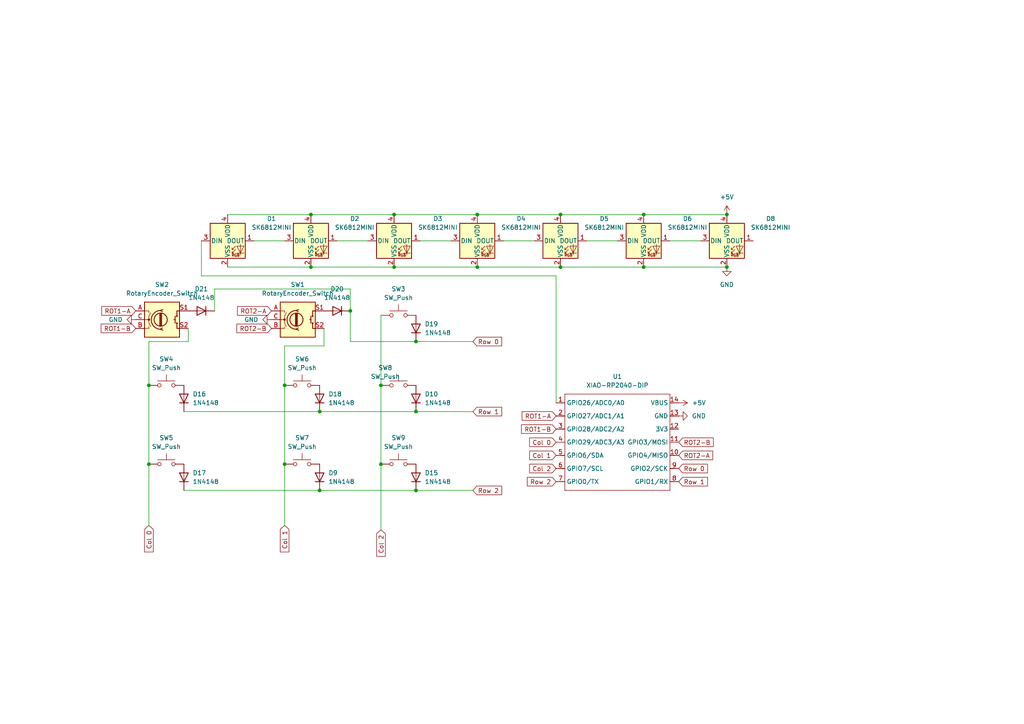
<source format=kicad_sch>
(kicad_sch (version 20250114) (generator "eeschema") (generator_version "9.0")
  (paper "A4")
  (lib_symbols
    (symbol "Device:RotaryEncoder_Switch" (pin_names (offset 0.254) (hide yes))
      (property "Reference" "SW" (at 0 6.604 0))
      (property "Value" "RotaryEncoder_Switch" (at 0 -6.604 0))
      (symbol "RotaryEncoder_Switch_0_1"
        (rectangle (start -5.08 5.08) (end 5.08 -5.08) (stroke (width 0.254)) (fill (type background)))
        (polyline (pts (xy -5.08 2.54) (xy -3.81 2.54) (xy -3.81 2.032)))
        (polyline (pts (xy -5.08 0) (xy -3.81 0) (xy -3.81 -1.016) (xy -3.302 -2.032)))
        (polyline (pts (xy -5.08 -2.54) (xy -3.81 -2.54) (xy -3.81 -2.032)))
        (polyline (pts (xy -4.318 0) (xy -3.81 0) (xy -3.81 1.016) (xy -3.302 2.032)))
        (circle (center -3.81 0) (radius 0.254) (fill (type outline)))
        (polyline (pts (xy -0.635 -1.778) (xy -0.635 1.778)) (stroke (width 0.254)))
        (circle (center -0.381 0) (radius 1.905) (stroke (width 0.254)))
        (polyline (pts (xy -0.381 -1.778) (xy -0.381 1.778)) (stroke (width 0.254)))
        (arc (start -0.381 -2.794) (mid -3.0988 -0.0635) (end -0.381 2.667) (stroke (width 0.254)))
        (polyline (pts (xy -0.127 1.778) (xy -0.127 -1.778)) (stroke (width 0.254)))
        (polyline (pts (xy 0.254 2.921) (xy -0.508 2.667) (xy 0.127 2.286)) (stroke (width 0.254)))
        (polyline (pts (xy 0.254 -3.048) (xy -0.508 -2.794) (xy 0.127 -2.413)) (stroke (width 0.254)))
        (polyline (pts (xy 3.81 1.016) (xy 3.81 -1.016)) (stroke (width 0.254)))
        (polyline (pts (xy 3.81 0) (xy 3.429 0)) (stroke (width 0.254)))
        (circle (center 4.318 1.016) (radius 0.127) (stroke (width 0.254)))
        (circle (center 4.318 -1.016) (radius 0.127) (stroke (width 0.254)))
        (polyline (pts (xy 5.08 2.54) (xy 4.318 2.54) (xy 4.318 1.016)) (stroke (width 0.254)))
        (polyline (pts (xy 5.08 -2.54) (xy 4.318 -2.54) (xy 4.318 -1.016)) (stroke (width 0.254)))
      )
      (symbol "RotaryEncoder_Switch_1_1"
        (pin passive line (at -7.62 2.54 0) (length 2.54) (name "A") (number "A"))
        (pin passive line (at -7.62 0 0) (length 2.54) (name "C") (number "C"))
        (pin passive line (at -7.62 -2.54 0) (length 2.54) (name "B") (number "B"))
        (pin passive line (at 7.62 2.54 180) (length 2.54) (name "S1") (number "S1"))
        (pin passive line (at 7.62 -2.54 180) (length 2.54) (name "S2") (number "S2"))
      )
    )
    (symbol "Diode:1N4148" (pin_numbers (hide yes)) (pin_names (hide yes))
      (property "Reference" "D" (at 0 2.54 0))
      (property "Value" "1N4148" (at 0 -2.54 0))
      (symbol "1N4148_0_1"
        (polyline (pts (xy -1.27 1.27) (xy -1.27 -1.27)) (stroke (width 0.254)))
        (polyline (pts (xy 1.27 1.27) (xy 1.27 -1.27) (xy -1.27 0) (xy 1.27 1.27)) (stroke (width 0.254)))
        (polyline (pts (xy 1.27 0) (xy -1.27 0)))
      )
      (symbol "1N4148_1_1"
        (pin passive line (at -3.81 0 0) (length 2.54) (name "K") (number "1"))
        (pin passive line (at 3.81 0 180) (length 2.54) (name "A") (number "2"))
      )
    )
    (symbol "LED:SK6812MINI" (pin_names (offset 0.254))
      (property "Reference" "D" (at 5.08 5.715 0))
      (property "Value" "SK6812MINI" (at 1.27 -5.715 0))
      (symbol "SK6812MINI_0_0"
        (text "RGB" (at 2.286 -4.191 0) (effects (font (size 0.762 0.762))))
      )
      (symbol "SK6812MINI_0_1"
        (polyline (pts (xy 1.27 -2.54) (xy 1.778 -2.54)))
        (polyline (pts (xy 1.27 -3.556) (xy 1.778 -3.556)))
        (polyline (pts (xy 2.286 -1.524) (xy 1.27 -2.54) (xy 1.27 -2.032)))
        (polyline (pts (xy 2.286 -2.54) (xy 1.27 -3.556) (xy 1.27 -3.048)))
        (polyline (pts (xy 3.683 -1.016) (xy 3.683 -3.556) (xy 3.683 -4.064)))
        (polyline (pts (xy 4.699 -1.524) (xy 2.667 -1.524) (xy 3.683 -3.556) (xy 4.699 -1.524)))
        (polyline (pts (xy 4.699 -3.556) (xy 2.667 -3.556)))
        (rectangle (start 5.08 5.08) (end -5.08 -5.08) (stroke (width 0.254)) (fill (type background)))
      )
      (symbol "SK6812MINI_1_1"
        (pin input line (at -7.62 0 0) (length 2.54) (name "DIN") (number "3"))
        (pin power_in line (at 0 7.62 270) (length 2.54) (name "VDD") (number "4"))
        (pin power_in line (at 0 -7.62 90) (length 2.54) (name "VSS") (number "2"))
        (pin output line (at 7.62 0 180) (length 2.54) (name "DOUT") (number "1"))
      )
    )
    (symbol "OPL:XIAO-RP2040-DIP"
      (property "Reference" "U" (at 0 0 0))
      (property "Value" "XIAO-RP2040-DIP" (at 5.334 -1.778 0))
      (symbol "XIAO-RP2040-DIP_1_0"
        (polyline (pts (xy -1.27 -2.54) (xy 29.21 -2.54)) (stroke (width 0.1524)))
        (polyline (pts (xy -1.27 -5.08) (xy -2.54 -5.08)) (stroke (width 0.1524)))
        (polyline (pts (xy -1.27 -5.08) (xy -1.27 -2.54)) (stroke (width 0.1524)))
        (polyline (pts (xy -1.27 -8.89) (xy -2.54 -8.89)) (stroke (width 0.1524)))
        (polyline (pts (xy -1.27 -8.89) (xy -1.27 -5.08)) (stroke (width 0.1524)))
        (polyline (pts (xy -1.27 -12.7) (xy -2.54 -12.7)) (stroke (width 0.1524)))
        (polyline (pts (xy -1.27 -12.7) (xy -1.27 -8.89)) (stroke (width 0.1524)))
        (polyline (pts (xy -1.27 -16.51) (xy -2.54 -16.51)) (stroke (width 0.1524)))
        (polyline (pts (xy -1.27 -16.51) (xy -1.27 -12.7)) (stroke (width 0.1524)))
        (polyline (pts (xy -1.27 -20.32) (xy -2.54 -20.32)) (stroke (width 0.1524)))
        (polyline (pts (xy -1.27 -24.13) (xy -2.54 -24.13)) (stroke (width 0.1524)))
        (polyline (pts (xy -1.27 -27.94) (xy -2.54 -27.94)) (stroke (width 0.1524)))
        (polyline (pts (xy -1.27 -30.48) (xy -1.27 -16.51)) (stroke (width 0.1524)))
        (polyline (pts (xy 29.21 -2.54) (xy 29.21 -5.08)) (stroke (width 0.1524)))
        (polyline (pts (xy 29.21 -5.08) (xy 29.21 -8.89)) (stroke (width 0.1524)))
        (polyline (pts (xy 29.21 -8.89) (xy 29.21 -12.7)) (stroke (width 0.1524)))
        (polyline (pts (xy 29.21 -12.7) (xy 29.21 -30.48)) (stroke (width 0.1524)))
        (polyline (pts (xy 29.21 -30.48) (xy -1.27 -30.48)) (stroke (width 0.1524)))
        (polyline (pts (xy 30.48 -5.08) (xy 29.21 -5.08)) (stroke (width 0.1524)))
        (polyline (pts (xy 30.48 -8.89) (xy 29.21 -8.89)) (stroke (width 0.1524)))
        (polyline (pts (xy 30.48 -12.7) (xy 29.21 -12.7)) (stroke (width 0.1524)))
        (polyline (pts (xy 30.48 -16.51) (xy 29.21 -16.51)) (stroke (width 0.1524)))
        (polyline (pts (xy 30.48 -20.32) (xy 29.21 -20.32)) (stroke (width 0.1524)))
        (polyline (pts (xy 30.48 -24.13) (xy 29.21 -24.13)) (stroke (width 0.1524)))
        (polyline (pts (xy 30.48 -27.94) (xy 29.21 -27.94)) (stroke (width 0.1524)))
        (pin passive line (at -3.81 -5.08 0) (length 2.54) (name "GPIO26/ADC0/A0") (number "1"))
        (pin passive line (at -3.81 -8.89 0) (length 2.54) (name "GPIO27/ADC1/A1") (number "2"))
        (pin passive line (at -3.81 -12.7 0) (length 2.54) (name "GPIO28/ADC2/A2") (number "3"))
        (pin passive line (at -3.81 -16.51 0) (length 2.54) (name "GPIO29/ADC3/A3") (number "4"))
        (pin passive line (at -3.81 -20.32 0) (length 2.54) (name "GPIO6/SDA") (number "5"))
        (pin passive line (at -3.81 -24.13 0) (length 2.54) (name "GPIO7/SCL") (number "6"))
        (pin passive line (at -3.81 -27.94 0) (length 2.54) (name "GPIO0/TX") (number "7"))
        (pin passive line (at 31.75 -5.08 180) (length 2.54) (name "VBUS") (number "14"))
        (pin passive line (at 31.75 -8.89 180) (length 2.54) (name "GND") (number "13"))
        (pin passive line (at 31.75 -12.7 180) (length 2.54) (name "3V3") (number "12"))
        (pin passive line (at 31.75 -16.51 180) (length 2.54) (name "GPIO3/MOSI") (number "11"))
        (pin passive line (at 31.75 -20.32 180) (length 2.54) (name "GPIO4/MISO") (number "10"))
        (pin passive line (at 31.75 -24.13 180) (length 2.54) (name "GPIO2/SCK") (number "9"))
        (pin passive line (at 31.75 -27.94 180) (length 2.54) (name "GPIO1/RX") (number "8"))
      )
    )
    (symbol "Switch:SW_Push" (pin_numbers (hide yes)) (pin_names (offset 1.016) (hide yes))
      (property "Reference" "SW" (at 1.27 2.54 0))
      (property "Value" "SW_Push" (at 0 -1.524 0))
      (symbol "SW_Push_0_1"
        (circle (center -2.032 0) (radius 0.508))
        (polyline (pts (xy 0 1.27) (xy 0 3.048)))
        (circle (center 2.032 0) (radius 0.508))
        (polyline (pts (xy 2.54 1.27) (xy -2.54 1.27)))
        (pin passive line (at -5.08 0 0) (length 2.54) (name "1") (number "1"))
        (pin passive line (at 5.08 0 180) (length 2.54) (name "2") (number "2"))
      )
    )
    (symbol "power:+5V" (power) (pin_numbers (hide yes)) (pin_names (offset 0) (hide yes))
      (property "Value" "+5V" (at 0 3.556 0))
      (symbol "+5V_0_1"
        (polyline (pts (xy -0.762 1.27) (xy 0 2.54)))
        (polyline (pts (xy 0 2.54) (xy 0.762 1.27)))
        (polyline (pts (xy 0 0) (xy 0 2.54)))
      )
      (symbol "+5V_1_1"
        (pin power_in line (at 0 0 90) (length 0) (name "~") (number "1"))
      )
    )
    (symbol "power:GND" (power) (pin_numbers (hide yes)) (pin_names (offset 0) (hide yes))
      (property "Value" "GND" (at 0 -3.81 0))
      (symbol "GND_0_1"
        (polyline (pts (xy 0 0) (xy 0 -1.27) (xy 1.27 -1.27) (xy 0 -2.54) (xy -1.27 -1.27) (xy 0 -1.27)))
      )
      (symbol "GND_1_1"
        (pin power_in line (at 0 0 270) (length 0) (name "~") (number "1"))
      )
    )
  )
  (junction (at 110.49 111.76))
  (junction (at 114.3 62.23))
  (junction (at 90.17 77.47))
  (junction (at 120.65 99.06))
  (junction (at 210.82 62.23))
  (junction (at 138.43 77.47))
  (junction (at 138.43 62.23))
  (junction (at 186.69 62.23))
  (junction (at 210.82 77.47))
  (junction (at 186.69 77.47))
  (junction (at 82.55 111.76))
  (junction (at 110.49 134.62))
  (junction (at 82.55 134.62))
  (junction (at 120.65 142.24))
  (junction (at 101.6 90.17))
  (junction (at 43.18 134.62))
  (junction (at 120.65 119.38))
  (junction (at 162.56 77.47))
  (junction (at 162.56 62.23))
  (junction (at 92.71 142.24))
  (junction (at 114.3 77.47))
  (junction (at 90.17 62.23))
  (junction (at 43.18 111.76))
  (junction (at 92.71 119.38))
  (wire (pts (xy 93.98 100.33) (xy 82.55 100.33)))
  (wire (pts (xy 110.49 111.76) (xy 110.49 134.62)))
  (wire (pts (xy 90.17 77.47) (xy 114.3 77.47)))
  (wire (pts (xy 101.6 83.82) (xy 101.6 90.17)))
  (wire (pts (xy 92.71 119.38) (xy 120.65 119.38)))
  (wire (pts (xy 138.43 62.23) (xy 162.56 62.23)))
  (wire (pts (xy 186.69 77.47) (xy 210.82 77.47)))
  (wire (pts (xy 120.65 99.06) (xy 137.16 99.06)))
  (wire (pts (xy 53.34 142.24) (xy 92.71 142.24)))
  (wire (pts (xy 101.6 99.06) (xy 120.65 99.06)))
  (wire (pts (xy 114.3 77.47) (xy 138.43 77.47)))
  (wire (pts (xy 186.69 62.23) (xy 210.82 62.23)))
  (wire (pts (xy 110.49 134.62) (xy 110.49 153.67)))
  (wire (pts (xy 82.55 111.76) (xy 82.55 134.62)))
  (wire (pts (xy 58.42 80.01) (xy 161.29 80.01)))
  (wire (pts (xy 170.18 69.85) (xy 179.07 69.85)))
  (wire (pts (xy 162.56 77.47) (xy 186.69 77.47)))
  (wire (pts (xy 82.55 100.33) (xy 82.55 111.76)))
  (wire (pts (xy 58.42 69.85) (xy 58.42 80.01)))
  (wire (pts (xy 101.6 90.17) (xy 101.6 99.06)))
  (wire (pts (xy 73.66 69.85) (xy 82.55 69.85)))
  (wire (pts (xy 53.34 119.38) (xy 92.71 119.38)))
  (wire (pts (xy 66.04 77.47) (xy 90.17 77.47)))
  (wire (pts (xy 62.23 90.17) (xy 62.23 83.82)))
  (wire (pts (xy 82.55 134.62) (xy 82.55 152.4)))
  (wire (pts (xy 194.31 69.85) (xy 203.2 69.85)))
  (wire (pts (xy 138.43 77.47) (xy 162.56 77.47)))
  (wire (pts (xy 54.61 95.25) (xy 54.61 99.06)))
  (wire (pts (xy 62.23 83.82) (xy 101.6 83.82)))
  (wire (pts (xy 120.65 119.38) (xy 137.16 119.38)))
  (wire (pts (xy 120.65 142.24) (xy 137.16 142.24)))
  (wire (pts (xy 110.49 91.44) (xy 110.49 111.76)))
  (wire (pts (xy 90.17 62.23) (xy 114.3 62.23)))
  (wire (pts (xy 66.04 62.23) (xy 90.17 62.23)))
  (wire (pts (xy 43.18 99.06) (xy 43.18 111.76)))
  (wire (pts (xy 54.61 99.06) (xy 43.18 99.06)))
  (wire (pts (xy 162.56 62.23) (xy 186.69 62.23)))
  (wire (pts (xy 97.79 69.85) (xy 106.68 69.85)))
  (wire (pts (xy 43.18 134.62) (xy 43.18 152.4)))
  (wire (pts (xy 93.98 95.25) (xy 93.98 100.33)))
  (wire (pts (xy 161.29 80.01) (xy 161.29 116.84)))
  (wire (pts (xy 146.05 69.85) (xy 154.94 69.85)))
  (wire (pts (xy 43.18 111.76) (xy 43.18 134.62)))
  (wire (pts (xy 121.92 69.85) (xy 130.81 69.85)))
  (wire (pts (xy 114.3 62.23) (xy 138.43 62.23)))
  (wire (pts (xy 92.71 142.24) (xy 120.65 142.24)))
  (global_label "Row 1" (shape input) (at 137.16 119.38 0) (property "Intersheetrefs" "${INTERSHEET_REFS}" (effects (hide yes))))
  (global_label "ROT2-A" (shape input) (at 196.85 132.08 0) (property "Intersheetrefs" "${INTERSHEET_REFS}" (effects (hide yes))))
  (global_label "Col 1" (shape input) (at 161.29 132.08 180) (property "Intersheetrefs" "${INTERSHEET_REFS}" (effects (hide yes))))
  (global_label "Col 2" (shape input) (at 161.29 135.89 180) (property "Intersheetrefs" "${INTERSHEET_REFS}" (effects (hide yes))))
  (global_label "ROT2-A" (shape input) (at 78.74 90.17 180) (property "Intersheetrefs" "${INTERSHEET_REFS}" (effects (hide yes))))
  (global_label "Row 2" (shape input) (at 137.16 142.24 0) (property "Intersheetrefs" "${INTERSHEET_REFS}" (effects (hide yes))))
  (global_label "ROT1-A" (shape input) (at 161.29 120.65 180) (property "Intersheetrefs" "${INTERSHEET_REFS}" (effects (hide yes))))
  (global_label "Col 1" (shape input) (at 82.55 152.4 270) (property "Intersheetrefs" "${INTERSHEET_REFS}" (effects (hide yes))))
  (global_label "Col 0" (shape input) (at 161.29 128.27 180) (property "Intersheetrefs" "${INTERSHEET_REFS}" (effects (hide yes))))
  (global_label "Row 0" (shape input) (at 137.16 99.06 0) (property "Intersheetrefs" "${INTERSHEET_REFS}" (effects (hide yes))))
  (global_label "ROT2-B" (shape input) (at 196.85 128.27 0) (property "Intersheetrefs" "${INTERSHEET_REFS}" (effects (hide yes))))
  (global_label "ROT2-B" (shape input) (at 78.74 95.25 180) (property "Intersheetrefs" "${INTERSHEET_REFS}" (effects (hide yes))))
  (global_label "Row 1" (shape input) (at 196.85 139.7 0) (property "Intersheetrefs" "${INTERSHEET_REFS}" (effects (hide yes))))
  (global_label "Row 2" (shape input) (at 161.29 139.7 180) (property "Intersheetrefs" "${INTERSHEET_REFS}" (effects (hide yes))))
  (global_label "ROT1-B" (shape input) (at 39.37 95.25 180) (property "Intersheetrefs" "${INTERSHEET_REFS}" (effects (hide yes))))
  (global_label "ROT1-B" (shape input) (at 161.29 124.46 180) (property "Intersheetrefs" "${INTERSHEET_REFS}" (effects (hide yes))))
  (global_label "Col 0" (shape input) (at 43.18 152.4 270) (property "Intersheetrefs" "${INTERSHEET_REFS}" (effects (hide yes))))
  (global_label "Row 0" (shape input) (at 196.85 135.89 0) (property "Intersheetrefs" "${INTERSHEET_REFS}" (effects (hide yes))))
  (global_label "ROT1-A" (shape input) (at 39.37 90.17 180) (property "Intersheetrefs" "${INTERSHEET_REFS}" (effects (hide yes))))
  (global_label "Col 2" (shape input) (at 110.49 153.67 270) (property "Intersheetrefs" "${INTERSHEET_REFS}" (effects (hide yes))))
  (symbol (lib_id "Diode:1N4148") (at 92.71 138.43 90) (unit 1)
    (property "Reference" "D9" (at 95.25 137.1599 90) (effects (justify right)))
    (property "Value" "1N4148" (at 95.25 139.6999 90) (effects (justify right)))
    (property "Footprint" "Diode_THT:D_DO-35_SOD27_P7.62mm_Horizontal" (effects (hide yes)))
    (property "Datasheet" "https://assets.nexperia.com/documents/data-sheet/1N4148_1N4448.pdf" (effects (hide yes)))
    (property "Description" "100V 0.15A standard switching diode, DO-35" (effects (hide yes)))
    (property "Sim.Device" "D" (effects (hide yes)))
    (property "Sim.Pins" "1=K 2=A" (effects (hide yes)))
  )
  (symbol (lib_id "LED:SK6812MINI") (at 66.04 69.85 0) (unit 1)
    (property "Reference" "D1" (at 78.74 63.4298 0))
    (property "Value" "SK6812MINI" (at 78.74 65.9698 0))
    (property "Footprint" "ScottoKeebs_Components:LED_SK6812MINI" (effects (hide yes)))
    (property "Datasheet" "https://cdn-shop.adafruit.com/product-files/2686/SK6812MINI_REV.01-1-2.pdf" (effects (hide yes)))
    (property "Description" "RGB LED with integrated controller" (effects (hide yes)))
  )
  (symbol (lib_id "LED:SK6812MINI") (at 114.3 69.85 0) (unit 1)
    (property "Reference" "D3" (at 127 63.4298 0))
    (property "Value" "SK6812MINI" (at 127 65.9698 0))
    (property "Footprint" "ScottoKeebs_Components:LED_SK6812MINI" (effects (hide yes)))
    (property "Datasheet" "https://cdn-shop.adafruit.com/product-files/2686/SK6812MINI_REV.01-1-2.pdf" (effects (hide yes)))
    (property "Description" "RGB LED with integrated controller" (effects (hide yes)))
  )
  (symbol (lib_id "Device:RotaryEncoder_Switch") (at 86.36 92.71 0) (unit 1)
    (property "Reference" "SW1" (at 86.36 82.55 0))
    (property "Value" "RotaryEncoder_Switch" (at 86.36 85.09 0))
    (property "Footprint" "Rotary_Encoder:RotaryEncoder_Alps_EC11E-Switch_Vertical_H20mm" (effects (hide yes)))
    (property "Description" "Rotary encoder, dual channel, incremental quadrate outputs, with switch" (effects (hide yes)))
  )
  (symbol (lib_id "Switch:SW_Push") (at 115.57 134.62 0) (unit 1)
    (property "Reference" "SW9" (at 115.57 127 0))
    (property "Value" "SW_Push" (at 115.57 129.54 0))
    (property "Footprint" "Button_Switch_Keyboard:SW_Cherry_MX_1.00u_PCB" (effects (hide yes)))
    (property "Description" "Push button switch, generic, two pins" (effects (hide yes)))
  )
  (symbol (lib_id "LED:SK6812MINI") (at 138.43 69.85 0) (unit 1)
    (property "Reference" "D4" (at 151.13 63.4298 0))
    (property "Value" "SK6812MINI" (at 151.13 65.9698 0))
    (property "Footprint" "ScottoKeebs_Components:LED_SK6812MINI" (effects (hide yes)))
    (property "Datasheet" "https://cdn-shop.adafruit.com/product-files/2686/SK6812MINI_REV.01-1-2.pdf" (effects (hide yes)))
    (property "Description" "RGB LED with integrated controller" (effects (hide yes)))
  )
  (symbol (lib_id "Diode:1N4148") (at 120.65 138.43 90) (unit 1)
    (property "Reference" "D15" (at 123.19 137.1599 90) (effects (justify right)))
    (property "Value" "1N4148" (at 123.19 139.6999 90) (effects (justify right)))
    (property "Footprint" "Diode_THT:D_DO-35_SOD27_P7.62mm_Horizontal" (effects (hide yes)))
    (property "Datasheet" "https://assets.nexperia.com/documents/data-sheet/1N4148_1N4448.pdf" (effects (hide yes)))
    (property "Description" "100V 0.15A standard switching diode, DO-35" (effects (hide yes)))
    (property "Sim.Device" "D" (effects (hide yes)))
    (property "Sim.Pins" "1=K 2=A" (effects (hide yes)))
  )
  (symbol (lib_id "OPL:XIAO-RP2040-DIP") (at 165.1 111.76 0) (unit 1)
    (property "Reference" "U1" (at 179.07 109.22 0))
    (property "Value" "XIAO-RP2040-DIP" (at 179.07 111.76 0))
    (property "Footprint" "ScottoKeebs_MCU:Seeed_XIAO_RP2040" (effects (hide yes)))
  )
  (symbol (lib_id "Switch:SW_Push") (at 87.63 111.76 0) (unit 1)
    (property "Reference" "SW6" (at 87.63 104.14 0))
    (property "Value" "SW_Push" (at 87.63 106.68 0))
    (property "Footprint" "Button_Switch_Keyboard:SW_Cherry_MX_1.00u_PCB" (effects (hide yes)))
    (property "Description" "Push button switch, generic, two pins" (effects (hide yes)))
  )
  (symbol (lib_id "Diode:1N4148") (at 97.79 90.17 180) (unit 1)
    (property "Reference" "D20" (at 97.79 83.82 0))
    (property "Value" "1N4148" (at 97.79 86.36 0))
    (property "Footprint" "Diode_THT:D_DO-35_SOD27_P7.62mm_Horizontal" (effects (hide yes)))
    (property "Datasheet" "https://assets.nexperia.com/documents/data-sheet/1N4148_1N4448.pdf" (effects (hide yes)))
    (property "Description" "100V 0.15A standard switching diode, DO-35" (effects (hide yes)))
    (property "Sim.Device" "D" (effects (hide yes)))
    (property "Sim.Pins" "1=K 2=A" (effects (hide yes)))
  )
  (symbol (lib_id "power:GND") (at 78.74 92.71 270) (unit 1)
    (property "Reference" "#PWR04" (effects (hide yes)))
    (property "Value" "GND" (at 74.93 92.7099 90) (effects (justify right)))
    (property "Description" "Power symbol creates a global label with name \"GND\" , ground" (effects (hide yes)))
  )
  (symbol (lib_id "power:+5V") (at 210.82 62.23 0) (unit 1)
    (property "Reference" "#PWR02" (effects (hide yes)))
    (property "Value" "+5V" (at 210.82 57.15 0))
    (property "Description" "Power symbol creates a global label with name \"+5V\"" (effects (hide yes)))
  )
  (symbol (lib_id "Diode:1N4148") (at 58.42 90.17 180) (unit 1)
    (property "Reference" "D21" (at 58.42 83.82 0))
    (property "Value" "1N4148" (at 58.42 86.36 0))
    (property "Footprint" "Diode_THT:D_DO-35_SOD27_P7.62mm_Horizontal" (effects (hide yes)))
    (property "Datasheet" "https://assets.nexperia.com/documents/data-sheet/1N4148_1N4448.pdf" (effects (hide yes)))
    (property "Description" "100V 0.15A standard switching diode, DO-35" (effects (hide yes)))
    (property "Sim.Device" "D" (effects (hide yes)))
    (property "Sim.Pins" "1=K 2=A" (effects (hide yes)))
  )
  (symbol (lib_id "power:+5V") (at 196.85 116.84 270) (unit 1)
    (property "Reference" "#PWR06" (effects (hide yes)))
    (property "Value" "+5V" (at 200.66 116.8399 90) (effects (justify left)))
    (property "Description" "Power symbol creates a global label with name \"+5V\"" (effects (hide yes)))
  )
  (symbol (lib_id "Diode:1N4148") (at 53.34 138.43 90) (unit 1)
    (property "Reference" "D17" (at 55.88 137.1599 90) (effects (justify right)))
    (property "Value" "1N4148" (at 55.88 139.6999 90) (effects (justify right)))
    (property "Footprint" "Diode_THT:D_DO-35_SOD27_P7.62mm_Horizontal" (effects (hide yes)))
    (property "Datasheet" "https://assets.nexperia.com/documents/data-sheet/1N4148_1N4448.pdf" (effects (hide yes)))
    (property "Description" "100V 0.15A standard switching diode, DO-35" (effects (hide yes)))
    (property "Sim.Device" "D" (effects (hide yes)))
    (property "Sim.Pins" "1=K 2=A" (effects (hide yes)))
  )
  (symbol (lib_id "LED:SK6812MINI") (at 162.56 69.85 0) (unit 1)
    (property "Reference" "D5" (at 175.26 63.4298 0))
    (property "Value" "SK6812MINI" (at 175.26 65.9698 0))
    (property "Footprint" "ScottoKeebs_Components:LED_SK6812MINI" (effects (hide yes)))
    (property "Datasheet" "https://cdn-shop.adafruit.com/product-files/2686/SK6812MINI_REV.01-1-2.pdf" (effects (hide yes)))
    (property "Description" "RGB LED with integrated controller" (effects (hide yes)))
  )
  (symbol (lib_id "Diode:1N4148") (at 120.65 95.25 90) (unit 1)
    (property "Reference" "D19" (at 123.19 93.9799 90) (effects (justify right)))
    (property "Value" "1N4148" (at 123.19 96.5199 90) (effects (justify right)))
    (property "Footprint" "Diode_THT:D_DO-35_SOD27_P7.62mm_Horizontal" (effects (hide yes)))
    (property "Datasheet" "https://assets.nexperia.com/documents/data-sheet/1N4148_1N4448.pdf" (effects (hide yes)))
    (property "Description" "100V 0.15A standard switching diode, DO-35" (effects (hide yes)))
    (property "Sim.Device" "D" (effects (hide yes)))
    (property "Sim.Pins" "1=K 2=A" (effects (hide yes)))
  )
  (symbol (lib_id "Switch:SW_Push") (at 48.26 134.62 0) (unit 1)
    (property "Reference" "SW5" (at 48.26 127 0))
    (property "Value" "SW_Push" (at 48.26 129.54 0))
    (property "Footprint" "Button_Switch_Keyboard:SW_Cherry_MX_1.00u_PCB" (effects (hide yes)))
    (property "Description" "Push button switch, generic, two pins" (effects (hide yes)))
  )
  (symbol (lib_id "Diode:1N4148") (at 120.65 115.57 90) (unit 1)
    (property "Reference" "D10" (at 123.19 114.2999 90) (effects (justify right)))
    (property "Value" "1N4148" (at 123.19 116.8399 90) (effects (justify right)))
    (property "Footprint" "Diode_THT:D_DO-35_SOD27_P7.62mm_Horizontal" (effects (hide yes)))
    (property "Datasheet" "https://assets.nexperia.com/documents/data-sheet/1N4148_1N4448.pdf" (effects (hide yes)))
    (property "Description" "100V 0.15A standard switching diode, DO-35" (effects (hide yes)))
    (property "Sim.Device" "D" (effects (hide yes)))
    (property "Sim.Pins" "1=K 2=A" (effects (hide yes)))
  )
  (symbol (lib_id "power:GND") (at 196.85 120.65 90) (unit 1)
    (property "Reference" "#PWR05" (effects (hide yes)))
    (property "Value" "GND" (at 200.66 120.6499 90) (effects (justify right)))
    (property "Description" "Power symbol creates a global label with name \"GND\" , ground" (effects (hide yes)))
  )
  (symbol (lib_id "Switch:SW_Push") (at 115.57 91.44 0) (unit 1)
    (property "Reference" "SW3" (at 115.57 83.82 0))
    (property "Value" "SW_Push" (at 115.57 86.36 0))
    (property "Footprint" "Button_Switch_Keyboard:SW_Cherry_MX_2.00u_Vertical_PCB" (effects (hide yes)))
    (property "Description" "Push button switch, generic, two pins" (effects (hide yes)))
  )
  (symbol (lib_id "Switch:SW_Push") (at 87.63 134.62 0) (unit 1)
    (property "Reference" "SW7" (at 87.63 127 0))
    (property "Value" "SW_Push" (at 87.63 129.54 0))
    (property "Footprint" "Button_Switch_Keyboard:SW_Cherry_MX_1.00u_PCB" (effects (hide yes)))
    (property "Description" "Push button switch, generic, two pins" (effects (hide yes)))
  )
  (symbol (lib_id "Diode:1N4148") (at 53.34 115.57 90) (unit 1)
    (property "Reference" "D16" (at 55.88 114.2999 90) (effects (justify right)))
    (property "Value" "1N4148" (at 55.88 116.8399 90) (effects (justify right)))
    (property "Footprint" "Diode_THT:D_DO-35_SOD27_P7.62mm_Horizontal" (effects (hide yes)))
    (property "Datasheet" "https://assets.nexperia.com/documents/data-sheet/1N4148_1N4448.pdf" (effects (hide yes)))
    (property "Description" "100V 0.15A standard switching diode, DO-35" (effects (hide yes)))
    (property "Sim.Device" "D" (effects (hide yes)))
    (property "Sim.Pins" "1=K 2=A" (effects (hide yes)))
  )
  (symbol (lib_id "LED:SK6812MINI") (at 186.69 69.85 0) (unit 1)
    (property "Reference" "D6" (at 199.39 63.4298 0))
    (property "Value" "SK6812MINI" (at 199.39 65.9698 0))
    (property "Footprint" "ScottoKeebs_Components:LED_SK6812MINI" (effects (hide yes)))
    (property "Datasheet" "https://cdn-shop.adafruit.com/product-files/2686/SK6812MINI_REV.01-1-2.pdf" (effects (hide yes)))
    (property "Description" "RGB LED with integrated controller" (effects (hide yes)))
  )
  (symbol (lib_id "LED:SK6812MINI") (at 210.82 69.85 0) (unit 1)
    (property "Reference" "D8" (at 223.52 63.4298 0))
    (property "Value" "SK6812MINI" (at 223.52 65.9698 0))
    (property "Footprint" "ScottoKeebs_Components:LED_SK6812MINI" (effects (hide yes)))
    (property "Datasheet" "https://cdn-shop.adafruit.com/product-files/2686/SK6812MINI_REV.01-1-2.pdf" (effects (hide yes)))
    (property "Description" "RGB LED with integrated controller" (effects (hide yes)))
  )
  (symbol (lib_id "Diode:1N4148") (at 92.71 115.57 90) (unit 1)
    (property "Reference" "D18" (at 95.25 114.2999 90) (effects (justify right)))
    (property "Value" "1N4148" (at 95.25 116.8399 90) (effects (justify right)))
    (property "Footprint" "Diode_THT:D_DO-35_SOD27_P7.62mm_Horizontal" (effects (hide yes)))
    (property "Datasheet" "https://assets.nexperia.com/documents/data-sheet/1N4148_1N4448.pdf" (effects (hide yes)))
    (property "Description" "100V 0.15A standard switching diode, DO-35" (effects (hide yes)))
    (property "Sim.Device" "D" (effects (hide yes)))
    (property "Sim.Pins" "1=K 2=A" (effects (hide yes)))
  )
  (symbol (lib_id "Device:RotaryEncoder_Switch") (at 46.99 92.71 0) (unit 1)
    (property "Reference" "SW2" (at 46.99 82.55 0))
    (property "Value" "RotaryEncoder_Switch" (at 46.99 85.09 0))
    (property "Footprint" "Rotary_Encoder:RotaryEncoder_Alps_EC11E-Switch_Vertical_H20mm" (effects (hide yes)))
    (property "Description" "Rotary encoder, dual channel, incremental quadrate outputs, with switch" (effects (hide yes)))
  )
  (symbol (lib_id "power:GND") (at 39.37 92.71 270) (unit 1)
    (property "Reference" "#PWR03" (effects (hide yes)))
    (property "Value" "GND" (at 35.56 92.7099 90) (effects (justify right)))
    (property "Description" "Power symbol creates a global label with name \"GND\" , ground" (effects (hide yes)))
  )
  (symbol (lib_id "Switch:SW_Push") (at 48.26 111.76 0) (unit 1)
    (property "Reference" "SW4" (at 48.26 104.14 0))
    (property "Value" "SW_Push" (at 48.26 106.68 0))
    (property "Footprint" "Button_Switch_Keyboard:SW_Cherry_MX_1.00u_PCB" (effects (hide yes)))
    (property "Description" "Push button switch, generic, two pins" (effects (hide yes)))
  )
  (symbol (lib_id "power:GND") (at 210.82 77.47 0) (unit 1)
    (property "Reference" "#PWR01" (effects (hide yes)))
    (property "Value" "GND" (at 210.82 82.55 0))
    (property "Description" "Power symbol creates a global label with name \"GND\" , ground" (effects (hide yes)))
  )
  (symbol (lib_id "LED:SK6812MINI") (at 90.17 69.85 0) (unit 1)
    (property "Reference" "D2" (at 102.87 63.4298 0))
    (property "Value" "SK6812MINI" (at 102.87 65.9698 0))
    (property "Footprint" "ScottoKeebs_Components:LED_SK6812MINI" (effects (hide yes)))
    (property "Datasheet" "https://cdn-shop.adafruit.com/product-files/2686/SK6812MINI_REV.01-1-2.pdf" (effects (hide yes)))
    (property "Description" "RGB LED with integrated controller" (effects (hide yes)))
  )
  (symbol (lib_id "Switch:SW_Push") (at 115.57 111.76 0) (unit 1)
    (property "Reference" "SW8" (at 111.76 106.68 0))
    (property "Value" "SW_Push" (at 111.76 109.22 0))
    (property "Footprint" "Button_Switch_Keyboard:SW_Cherry_MX_1.00u_PCB" (effects (hide yes)))
    (property "Description" "Push button switch, generic, two pins" (effects (hide yes)))
  )
)
</source>
